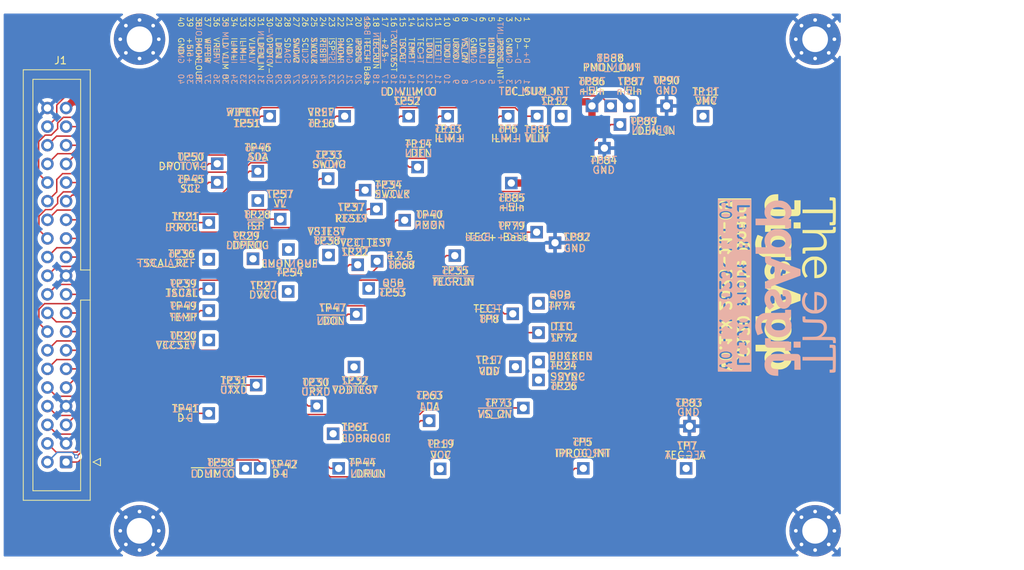
<source format=kicad_pcb>
(kicad_pcb (version 20221018) (generator pcbnew)
  (title_block (title "LC120 Probe Board") (date "2023-11-05") (rev "V0.1.X") (company "ElectroOptical Innovations"))
  (layers (0 "F.Cu" signal) (31 "B.Cu" signal) (34 "B.Paste" user) (35 "F.Paste" user) (36 "B.SilkS" user "B.Silkscreen") (37 "F.SilkS" user "F.Silkscreen") (38 "B.Mask" user) (39 "F.Mask" user) (44 "Edge.Cuts" user))
  (net 0 "")
  (net 1 "+2.5")
  (net 2 "+5In")
  (net 3 "BUCKEN")
  (net 4 "D+")
  (net 5 "D-")
  (net 6 "DPOT V-")
  (net 7 "DVCC")
  (net 8 "GND")
  (net 9 "ILIM+")
  (net 10 "ILIM-")
  (net 11 "IPROG")
  (net 12 "IPROG_INT")
  (net 13 "ITEC")
  (net 14 "ITEC+ Base")
  (net 15 "LD VLIM O")
  (net 16 "LDA")
  (net 17 "LDEN")
  (net 18 "LDEN_IN")
  (net 19 "LDPROG")
  (net 20 "LDPROGF")
  (net 21 "LDRUN")
  (net 22 "LMON BUF")
  (net 23 "PMON")
  (net 24 "PMON_OUT")
  (net 25 "Q5B")
  (net 26 "Q9B")
  (net 27 "SCL")
  (net 28 "SDA")
  (net 29 "SSYNC")
  (net 30 "SWCLK")
  (net 31 "SWDIO")
  (net 32 "TEC-")
  (net 33 "TEC-A")
  (net 34 "TEC_SUM")
  (net 35 "TEMP")
  (net 36 "TSCAL")
  (net 37 "TSCAL_REF")
  (net 38 "URXD")
  (net 39 "UTXD")
  (net 40 "VCC")
  (net 41 "VCCSET")
  (net 42 "VCCTEST")
  (net 43 "VDD")
  (net 44 "VDDTEST")
  (net 45 "VL")
  (net 46 "VLIM")
  (net 47 "VMC")
  (net 48 "VREF")
  (net 49 "VSTEST")
  (net 50 "WIPER")
  (net 51 "~{ISP}")
  (net 52 "~{LDLIM} O")
  (net 53 "~{LDON}")
  (net 54 "~{RESET}")
  (net 55 "~{TECRUN}")
  (net 56 "~{VS_ON}")
  (footprint "test-probes:R100-2W" (layer "F.Cu") (at 136.2625 89.6413 90)
    (fp_text reference "TP37")
    (fp_text value "RESET")
  )
  (footprint "test-probes:R100-2W" (layer "F.Cu") (at 164.4339 124.9914 90)
    (fp_text reference "TP5")
    (fp_text value "IPROG_INT")
  )
  (footprint "MountingHole_3.5mm_Pad_Via_Paste" (layer "F.Cu") (at 196 133.5)
    (fp_text reference "MH1")
    (fp_text value "Conn_01x01_Male")
  )
  (footprint "test-probes:R100-2W" (layer "F.Cu") (at 167.3056 81.3385 180)
    (fp_text reference "TP84")
    (fp_text value "GND")
  )
  (footprint "test-probes:R100-2W" (layer "F.Cu") (at 113.4339 107.4914 90)
    (fp_text reference "TP20")
    (fp_text value "VCCSET")
  )
  (footprint "test-probes:R100-2W" (layer "F.Cu") (at 168.1537 75.5864 180)
    (fp_text reference "TP88")
    (fp_text value "PMON_OUT")
  )
  (footprint "test-probes:R100-2W" (layer "F.Cu") (at 146.9339 95.9914 90)
    (fp_text reference "TP35")
    (fp_text value "~{TECRUN}")
  )
  (footprint "test-probes:R100-2W" (layer "F.Cu") (at 114.5794 83.4653)
    (fp_text reference "TP50")
    (fp_text value "DPOT V-")
  )
  (footprint "test-probes:R100-2W" (layer "F.Cu") (at 113.4339 100.4914 90)
    (fp_text reference "TP39")
    (fp_text value "TSCAL")
  )
  (footprint "test-probes:R100-2W" (layer "F.Cu") (at 180.7314 76.9914)
    (fp_text reference "TP11")
    (fp_text value "VMC")
  )
  (footprint "test-probes:R100-2W" (layer "F.Cu") (at 169.4237 78.1264 180)
    (fp_text reference "TP89")
    (fp_text value "LDEN_IN")
  )
  (footprint "test-probes:R100-2W" (layer "F.Cu") (at 158.3339 112.9422 90)
    (fp_text reference "TP26")
    (fp_text value "SSYNC")
  )
  (footprint "test-probes:R100-2W" (layer "F.Cu") (at 175.7737 75.5864 180)
    (fp_text reference "TP90")
    (fp_text value "GND")
  )
  (footprint "test-probes:R100-2W" (layer "F.Cu") (at 158.0788 92.7947 90)
    (fp_text reference "TP79")
    (fp_text value "ITEC+ Base")
  )
  (footprint "test-probes:R100-2W" (layer "F.Cu") (at 155.1872 111.1378 90)
    (fp_text reference "TP17")
    (fp_text value "VDD")
  )
  (footprint "test-probes:R100-2W" (layer "F.Cu") (at 165.6137 75.5864 180)
    (fp_text reference "TP86")
    (fp_text value "+5In")
  )
  (footprint "test-probes:R100-2W" (layer "F.Cu") (at 143.4339 118.4914 90)
    (fp_text reference "TP63")
    (fp_text value "LDA")
  )
  (footprint "test-probes:R100-2W" (layer "F.Cu") (at 145.9664 76.9914 90)
    (fp_text reference "TP13")
    (fp_text value "ILIM+")
  )
  (footprint "test-probes:R100-2W" (layer "F.Cu") (at 131.9339 76.9914 90)
    (fp_text reference "TP16")
    (fp_text value "VREF")
  )
  (footprint "test-probes:R100-2W" (layer "F.Cu") (at 158.1445 76.9914 90)
    (fp_text reference "TP81")
    (fp_text value "VLIM")
  )
  (footprint "test-probes:R100-2W" (layer "F.Cu") (at 113.4339 103.4914 90)
    (fp_text reference "TP49")
    (fp_text value "TEMP")
  )
  (footprint "test-probes:R100-2W" (layer "F.Cu") (at 114.5794 86.0053)
    (fp_text reference "TP45")
    (fp_text value "SCL")
  )
  (footprint "test-probes:R100-2W" (layer "F.Cu") (at 158.3339 110.4914 90)
    (fp_text reference "TP24")
    (fp_text value "BUCKEN")
  )
  (footprint "test-probes:R100-2W" (layer "F.Cu") (at 154.1948 76.9914 90)
    (fp_text reference "TP6")
    (fp_text value "ILIM-")
  )
  (footprint "test-probes:R100-2W" (layer "F.Cu") (at 120.1069 88.4914 90)
    (fp_text reference "TP57")
    (fp_text value "VL")
  )
  (footprint "test-probes:R100-2W" (layer "F.Cu") (at 154.827 103.9204 90)
    (fp_text reference "TP8")
    (fp_text value "TEC-")
  )
  (footprint "test-probes:R100-2W" (layer "F.Cu") (at 133.7112 97.2389 90)
    (fp_text reference "TP22")
    (fp_text value "VCC_TEST")
  )
  (footprint "IDC-Header_2x20_P2.54mm_Vertical" (layer "F.Cu") (at 94 124.13 180)
    (fp_text reference "J1")
    (fp_text value "Conn_01x40_Female")
  )
  (footprint "test-probes:R100-2W" (layer "F.Cu") (at 140.1089 91.1693 90)
    (fp_text reference "TP40")
    (fp_text value "PMON")
  )
  (footprint "test-probes:R100-2W" (layer "F.Cu") (at 124.2431 100.873 90)
    (fp_text reference "TP27")
    (fp_text value "DVCC")
  )
  (footprint "test-probes:R100-2W" (layer "F.Cu") (at 130.363 120.272 90)
    (fp_text reference "TP61")
    (fp_text value "LDPROGF")
  )
  (footprint "test-probes:R100-2W" (layer "F.Cu") (at 140.6529 76.9914 90)
    (fp_text reference "TP52")
    (fp_text value "LD VLIM O")
  )
  (footprint "test-probes:R100-2W" (layer "F.Cu") (at 134.7218 87.0699 90)
    (fp_text reference "TP34")
    (fp_text value "SWCLK")
  )
  (footprint "test-probes:R100-2W" (layer "F.Cu") (at 144.9339 125.0514 90)
    (fp_text reference "TP19")
    (fp_text value "VCC")
  )
  (footprint "test-probes:R100-2W" (layer "F.Cu") (at 131.12 124.9914 90)
    (fp_text reference "TP44")
    (fp_text value "LDRUN")
  )
  (footprint "test-probes:R100-2W" (layer "F.Cu") (at 119.4572 96.4248 90)
    (fp_text reference "TP29")
    (fp_text value "LDPROG")
  )
  (footprint "test-probes:R100-2W" (layer "F.Cu") (at 161.4225 76.9914 90)
    (fp_text reference "TP12")
    (fp_text value "TEC_SUM INT")
  )
  (footprint "test-probes:R100-2W" (layer "F.Cu") (at 129.7377 95.9155 90)
    (fp_text reference "TP38")
    (fp_text value "VSTEST")
  )
  (footprint "test-probes:R100-2W" (layer "F.Cu") (at 123.1634 91.0197 90)
    (fp_text reference "TP28")
    (fp_text value "~{ISP}")
  )
  (footprint "board" (layer "F.Cu") (at 142.5 100)
    (fp_text reference "BOARD" hide)
    (fp_text value "BOARD" hide)
    (fp_line (start -57.5 -37.5) (end -57.5 37.5) (stroke (width 0.00001)) (layer "Edge.Cuts"))
    (fp_line (start -57.5 37.5) (end 57.5 37.5) (stroke (width 0.00001)) (layer "Edge.Cuts"))
    (fp_line (start 57.5 -37.5) (end -57.5 -37.5) (stroke (width 0.00001)) (layer "Edge.Cuts"))
    (fp_line (start 57.5 37.5) (end 57.5 -37.5) (stroke (width 0.00001)) (layer "Edge.Cuts"))
  )
  (footprint "test-probes:R100-2W" (layer "F.Cu") (at 141.8684 83.9256 90)
    (fp_text reference "TP14")
    (fp_text value "LDEN")
  )
  (footprint "test-probes:R100-2W" (layer "F.Cu") (at 178.4339 124.9914 90)
    (fp_text reference "TP7")
    (fp_text value "TEC-_A")
  )
  (footprint "test-probes:R100-2W" (layer "F.Cu") (at 158.3339 106.4914 90)
    (fp_text reference "TP72")
    (fp_text value "ITEC")
  )
  (footprint "test-probes:R100-2W" (layer "F.Cu") (at 158.3339 102.4914 90)
    (fp_text reference "TP74")
    (fp_text value "Q9B")
  )
  (footprint "MountingHole_3.5mm_Pad_Via_Paste" (layer "F.Cu") (at 104 133.5)
    (fp_text reference "MH3")
    (fp_text value "Conn_01x01_Male")
  )
  (footprint "test-probes:R100-2W" (layer "F.Cu") (at 113.4339 91.4914 90)
    (fp_text reference "TP21")
    (fp_text value "IPROG")
  )
  (footprint "test-probes:R100-2W" (layer "F.Cu") (at 128.1339 116.4914 90)
    (fp_text reference "TP30")
    (fp_text value "URXD")
  )
  (footprint "test-probes:R100-2W" (layer "F.Cu") (at 113.4339 117.4914 90)
    (fp_text reference "TP41")
    (fp_text value "D-")
  )
  (footprint "test-probes:R100-2W" (layer "F.Cu") (at 170.6937 75.5864 180)
    (fp_text reference "TP87")
    (fp_text value "+5In")
  )
  (footprint "test-probes:R100-2W" (layer "F.Cu") (at 156.2658 116.7541 90)
    (fp_text reference "TP73")
    (fp_text value "~{VS_ON}")
  )
  (footprint "test-probes:R100-2W" (layer "F.Cu") (at 133.2106 111.1689 90)
    (fp_text reference "TP32")
    (fp_text value "VDDTEST")
  )
  (footprint "test-probes:R100-2W" (layer "F.Cu") (at 135.2102 100.4679 90)
    (fp_text reference "TP53")
    (fp_text value "Q5B")
  )
  (footprint "LOGO" (layer "F.Cu") (at 194 100 -90)
    (fp_text reference "G***" hide)
    (fp_text value "LOGO" hide)
  )
  (footprint "test-probes:R100-2W" (layer "F.Cu") (at 129.6846 85.509 90)
    (fp_text reference "TP33")
    (fp_text value "SWDIO")
  )
  (footprint "MountingHole_3.5mm_Pad_Via_Paste" (layer "F.Cu") (at 104 66.5)
    (fp_text reference "MH4")
    (fp_text value "Conn_01x01_Male")
  )
  (footprint "test-probes:R100-2W" (layer "F.Cu") (at 119.8891 113.6357 90)
    (fp_text reference "TP31")
    (fp_text value "UTXD")
  )
  (footprint "test-probes:R100-2W" (layer "F.Cu") (at 113.4339 96.4914 90)
    (fp_text reference "TP36")
    (fp_text value "TSCAL_REF")
  )
  (footprint "test-probes:R100-2W" (layer "F.Cu") (at 118.4339 124.9914)
    (fp_text reference "TP58")
    (fp_text value "~{LDLIM} O")
  )
  (footprint "test-probes:R100-2W" (layer "F.Cu") (at 120.4339 124.9914 90)
    (fp_text reference "TP42")
    (fp_text value "D+")
  )
  (footprint "test-probes:R100-2W" (layer "F.Cu") (at 124.2803 95.1635 90)
    (fp_text reference "TP54")
    (fp_text value "LMON BUF")
  )
  (footprint "test-probes:R100-2W" (layer "F.Cu") (at 178.8856 119.2385 180)
    (fp_text reference "TP83")
    (fp_text value "GND")
  )
  (footprint "test-probes:R100-2W" (layer "F.Cu") (at 121.7212 76.9781 90)
    (fp_text reference "TP51")
    (fp_text value "WIPER")
  )
  (footprint "test-probes:R100-2W" (layer "F.Cu") (at 136.355 96.7547 90)
    (fp_text reference "TP68")
    (fp_text value "+2.5")
  )
  (footprint "test-probes:R100-2W" (layer "F.Cu") (at 154.6271 86.0994 90)
    (fp_text reference "TP85")
    (fp_text value "+5In")
  )
  (footprint "MountingHole_3.5mm_Pad_Via_Paste" (layer "F.Cu") (at 196 66.5)
    (fp_text reference "MH2")
    (fp_text value "Conn_01x01_Male")
  )
  (footprint "test-probes:R100-2W" (layer "F.Cu") (at 160.5856 94.2385 -90)
    (fp_text reference "TP82")
    (fp_text value "GND")
  )
  (footprint "test-probes:R100-2W" (layer "F.Cu") (at 120.1069 84.4914 90)
    (fp_text reference "TP46")
    (fp_text value "SDA")
  )
  (footprint "test-probes:R100-2W" (layer "F.Cu") (at 133.5165 103.9811 90)
    (fp_text reference "TP47")
    (fp_text value "~{LDON}")
  )
  (footprint "LOGO" (layer "B.Cu") (at 194 100 90)
    (fp_text reference "G***" hide)
    (fp_text value "LOGO" hide)
  )
  (gr_text "${TITLE}\n${REVISION} ${ISSUE_DATE}" (at 182.88 100 270) (layer "B.SilkS" knockout) (effects (font (size 1.5 1.5) (thickness 0.3) bold) (justify bottom mirror)))
  (gr_text "${TITLE}\n${REVISION} ${ISSUE_DATE}" (at 182.88 100 270) (layer "F.SilkS" knockout) (effects (font (size 1.5 1.5) (thickness 0.3) bold) (justify bottom)))
  (gr_text_box "1	D+\n2	D-\n3	GND\n4	IPROG_INT\n5	LDRUN\n6	LDA\n7	GND\n8	~{VS_ON}\n9	URXD\n10	UTXD\n11	ITEC\n12	~{LDON}\n13	TEC-\n14	TEMP\n15	TSCAL\n16	VCCTEST\n17	+2.5\n18	~{TECRUN}\n19	ITEC+ Base\n20	IPROG\n21	GND\n22	PMON\n23	~{ISP}\n24	~{RESET}\n25	SWCLK\n26	SCL\n27	SWDIO\n28	SDA\n29	LDEN\n30	DPOT V-\n31	LDEN_IN\n32	VLIM\n33	ILIM-\n34	ILIM+\n35	LD VLIM O\n36	VREF\n37	WIPER\n38	PMON_OUT\n39	+5In\n40	GND\n" (start 157.734 62.484) (end 108.331 73.279) (angle 270) (layer "B.SilkS") (effects (font (size 0.75 0.75) (thickness 0.1)) (justify left top mirror)))
  (gr_text_box "1	D+\n2	D-\n3	GND\n4	IPROG_INT\n5	LDRUN\n6	LDA\n7	GND\n8	~{VS_ON}\n9	URXD\n10	UTXD\n11	ITEC\n12	~{LDON}\n13	TEC-\n14	TEMP\n15	TSCAL\n16	VCCTEST\n17	+2.5\n18	~{TECRUN}\n19	ITEC+ Base\n20	IPROG\n21	GND\n22	PMON\n23	~{ISP}\n24	~{RESET}\n25	SWCLK\n26	SCL\n27	SWDIO\n28	SDA\n29	LDEN\n30	DPOT V-\n31	LDEN_IN\n32	VLIM\n33	ILIM-\n34	ILIM+\n35	LD VLIM O\n36	VREF\n37	WIPER\n38	PMON_OUT\n39	+5In\n40	GND\n" (start 157.734 62.8015) (end 108.331 73.5965) (angle 270) (layer "F.SilkS") (effects (font (size 0.75 0.75) (thickness 0.1)) (justify left top)))
  (segment (start 110.6418 98.6646) (end 105.4964 103.81) (width 0.2) (layer "F.Cu") (net 1))
  (segment (start 136.355 97.6047) (end 135.2997 98.66) (width 0.2) (layer "F.Cu") (net 1))
  (segment (start 136.355 96.7547) (end 136.355 97.6047) (width 0.2) (layer "F.Cu") (net 1))
  (segment (start 105.4964 103.81) (end 94 103.81) (width 0.2) (layer "F.Cu") (net 1))
  (segment (start 135.2997 98.66) (end 128.428914 98.66) (width 0.2) (layer "F.Cu") (net 1))
  (segment (start 128.424315 98.6646) (end 110.6418 98.6646) (width 0.2) (layer "F.Cu") (net 1))
  (segment (start 128.428914 98.66) (end 128.424315 98.6646) (width 0.2) (layer "F.Cu") (net 1))
  (segment (start 94.8436 75.0264) (end 165.0537 75.0264) (width 1) (layer "F.Cu") (net 2))
  (segment (start 165.6137 75.5864) (end 165.6137 77.3119) (width 1) (layer "F.Cu") (net 2))
  (segment (start 165.0537 75.0264) (end 165.6137 75.5864) (width 1) (layer "F.Cu") (net 2))
  (segment (start 165.6137 77.3119) (end 156.8262 86.0994) (width 1) (layer "F.Cu") (net 2))
  (segment (start 156.8262 86.0994) (end 154.6271 86.0994) (width 1) (layer "F.Cu") (net 2))
  (segment (start 94 75.87) (end 94.8436 75.0264) (width 1) (layer "F.Cu") (net 2))
  (segment (start 165.6137 75.43645) (end 167.01375 74.0364) (width 1) (layer "B.Cu") (net 2))
  (segment (start 167.01375 74.0364) (end 169.29365 74.0364) (width 1) (layer "B.Cu") (net 2))
  (segment (start 165.6137 75.5864) (end 165.6137 75.43645) (width 1) (layer "B.Cu") (net 2))
  (segment (start 169.29365 74.0364) (end 170.6937 75.43645) (width 1) (layer "B.Cu") (net 2))
  (segment (start 170.6937 75.43645) (end 170.6937 75.5864) (width 1) (layer "B.Cu") (net 2))
  (segment (start 94 124.13) (end 95.637686 124.13) (width 0.2) (layer "F.Cu") (net 4))
  (segment (start 95.637686 124.13) (end 95.926286 123.8414) (width 0.2) (layer "F.Cu") (net 4))
  (segment (start 120.1339 123.8414) (end 120.4339 124.1414) (width 0.2) (layer "F.Cu") (net 4))
  (segment (start 95.926286 123.8414) (end 120.1339 123.8414) (width 0.2) (layer "F.Cu") (net 4))
  (segment (start 120.4339 124.1414) (end 120.4339 124.9914) (width 0.2) (layer "F.Cu") (net 4))
  (segment (start 101.3296 117.4914) (end 113.4339 117.4914) (width 0.2) (layer "F.Cu") (net 5))
  (segment (start 95.4497 123.3713) (end 101.3296 117.4914) (width 0.2) (layer "F.Cu") (net 5))
  (segment (start 95.377 123.3713) (end 95.4497 123.3713) (width 0.2) (layer "F.Cu") (net 5))
  (via (at 95.377 123.3713) (size 0.6) (drill 0.3) (layers "F.Cu" "B.Cu") (net 5))
  (segment (start 92.781 122.809) (end 91.46 124.13) (width 0.2) (layer "B.Cu") (net 5))
  (segment (start 94.8147 122.809) (end 92.781 122.809) (width 0.2) (layer "B.Cu") (net 5))
  (segment (start 95.377 123.3713) (end 94.8147 122.809) (width 0.2) (layer "B.Cu") (net 5))
  (segment (start 91.46 88.57) (end 92.73 87.3) (width 0.2) (layer "F.Cu") (net 6))
  (segment (start 92.73 87.3) (end 92.73 85.6116) (width 0.2) (layer "F.Cu") (net 6))
  (segment (start 93.5246 84.817) (end 112.076 84.817) (width 0.2) (layer "F.Cu") (net 6))
  (segment (start 92.73 85.6116) (end 93.5246 84.817) (width 0.2) (layer "F.Cu") (net 6))
  (segment (start 112.076 84.817) (end 113.4277 83.4653) (width 0.2) (layer "F.Cu") (net 6))
  (segment (start 114.5794 83.4653) (end 113.4277 83.4653) (width 0.2) (layer "F.Cu") (net 6))
  (segment (start 140.3535 81.4526) (end 95.4309 81.4526) (width 0.2) (layer "F.Cu") (net 9))
  (segment (start 145.9664 76.9914) (end 144.8147 76.9914) (width 0.2) (layer "F.Cu") (net 9))
  (segment (start 144.8147 76.9914) (end 140.3535 81.4526) (width 0.2) (layer "F.Cu") (net 9))
  (segment (start 92.8483 82.1017) (end 91.46 83.49) (width 0.2) (layer "F.Cu") (net 9))
  (segment (start 94.7818 82.1017) (end 92.8483 82.1017) (width 0.2) (layer "F.Cu") (net 9))
  (segment (start 95.4309 81.4526) (end 94.7818 82.1017) (width 0.2) (layer "F.Cu") (net 9))
  (segment (start 94 83.49) (end 95.2116 82.2784) (width 0.2) (layer "F.Cu") (net 10))
  (segment (start 147.7561 82.2784) (end 153.0431 76.9914) (width 0.2) (layer "F.Cu") (net 10))
  (segment (start 154.1948 76.9914) (end 153.0431 76.9914) (width 0.2) (layer "F.Cu") (net 10))
  (segment (start 95.2116 82.2784) (end 147.7561 82.2784) (width 0.2) (layer "F.Cu") (net 10))
  (segment (start 103.4439 99.9206) (end 111.8731 91.4914) (width 0.2) (layer "F.Cu") (net 11))
  (segment (start 92.8094 99.9206) (end 103.4439 99.9206) (width 0.2) (layer "F.Cu") (net 11))
  (segment (start 113.4339 91.4914) (end 112.2822 91.4914) (width 0.2) (layer "F.Cu") (net 11))
  (segment (start 91.46 101.27) (end 92.8094 99.9206) (width 0.2) (layer "F.Cu") (net 11))
  (segment (start 111.8731 91.4914) (end 112.2822 91.4914) (width 0.2) (layer "F.Cu") (net 11))
  (segment (start 164.4339 124.9914) (end 163.2822 124.9914) (width 0.2) (layer "F.Cu") (net 12))
  (segment (start 161.7192 126.5544) (end 128.3938 126.5544) (width 0.2) (layer "F.Cu") (net 12))
  (segment (start 102.431315 115.824) (end 95.483515 122.7718) (width 0.2) (layer "F.Cu") (net 12))
  (segment (start 121.2194 119.38) (end 120.1999 119.38) (width 0.2) (layer "F.Cu") (net 12))
  (segment (start 92.6418 122.7718) (end 91.46 121.59) (width 0.2) (layer "F.Cu") (net 12))
  (segment (start 163.2822 124.9914) (end 161.7192 126.5544) (width 0.2) (layer "F.Cu") (net 12))
  (segment (start 95.483515 122.7718) (end 92.6418 122.7718) (width 0.2) (layer "F.Cu") (net 12))
  (segment (start 120.1999 119.38) (end 116.6439 115.824) (width 0.2) (layer "F.Cu") (net 12))
  (segment (start 116.6439 115.824) (end 102.431315 115.824) (width 0.2) (layer "F.Cu") (net 12))
  (segment (start 128.3938 126.5544) (end 121.2194 119.38) (width 0.2) (layer "F.Cu") (net 12))
  (segment (start 128.4256 111.43) (end 133.3642 106.4914) (width 0.2) (layer "F.Cu") (net 13))
  (segment (start 158.3339 106.4914) (end 157.1822 106.4914) (width 0.2) (layer "F.Cu") (net 13))
  (segment (start 133.3642 106.4914) (end 157.1822 106.4914) (width 0.2) (layer "F.Cu") (net 13))
  (segment (start 94 111.43) (end 128.4256 111.43) (width 0.2) (layer "F.Cu") (net 13))
  (segment (start 158.0788 92.7947) (end 156.9271 92.7947) (width 0.2) (layer "F.Cu") (net 14))
  (segment (start 111.5266 92.7947) (end 103.0513 101.27) (width 0.2) (layer "F.Cu") (net 14))
  (segment (start 103.0513 101.27) (end 94 101.27) (width 0.2) (layer "F.Cu") (net 14))
  (segment (start 156.9271 92.7947) (end 111.5266 92.7947) (width 0.2) (layer "F.Cu") (net 14))
  (segment (start 140.6529 76.9914) (end 139.5012 76.9914) (width 0.2) (layer "F.Cu") (net 15))
  (segment (start 135.5426 80.95) (end 139.5012 76.9914) (width 0.2) (layer "F.Cu") (net 15))
  (segment (start 94 80.95) (end 135.5426 80.95) (width 0.2) (layer "F.Cu") (net 15))
  (segment (start 102.265629 115.424) (end 97.369629 120.32) (width 0.2) (layer "F.Cu") (net 16))
  (segment (start 142.2822 118.4914) (end 134.6305 126.1431) (width 0.2) (layer "F.Cu") (net 16))
  (segment (start 92.73 120.32) (end 91.46 119.05) (width 0.2) (layer "F.Cu") (net 16))
  (segment (start 97.369629 120.32) (end 92.73 120.32) (width 0.2) (layer "F.Cu") (net 16))
  (segment (start 122.2696 118.4414) (end 119.826985 118.4414) (width 0.2) (layer "F.Cu") (net 16))
  (segment (start 143.4339 118.4914) (end 142.2822 118.4914) (width 0.2) (layer "F.Cu") (net 16))
  (segment (start 134.6305 126.1431) (end 129.9713 126.1431) (width 0.2) (layer "F.Cu") (net 16))
  (segment (start 129.9713 126.1431) (end 122.2696 118.4414) (width 0.2) (layer "F.Cu") (net 16))
  (segment (start 119.826985 118.4414) (end 116.809585 115.424) (width 0.2) (layer "F.Cu") (net 16))
  (segment (start 116.809585 115.424) (end 102.265629 115.424) (width 0.2) (layer "F.Cu") (net 16))
  (segment (start 118.6823 84.0855) (end 115.0398 87.728) (width 0.2) (layer "F.Cu") (net 17))
  (segment (start 94.842 87.728) (end 94 88.57) (width 0.2) (layer "F.Cu") (net 17))
  (segment (start 140.7167 83.9256) (end 140.1308 83.3397) (width 0.2) (layer "F.Cu") (net 17))
  (segment (start 141.8684 83.9256) (end 140.7167 83.9256) (width 0.2) (layer "F.Cu") (net 17))
  (segment (start 140.1308 83.3397) (end 119.1319 83.3397) (width 0.2) (layer "F.Cu") (net 17))
  (segment (start 115.0398 87.728) (end 94.842 87.728) (width 0.2) (layer "F.Cu") (net 17))
  (segment (start 118.6823 83.7893) (end 118.6823 84.0855) (width 0.2) (layer "F.Cu") (net 17))
  (segment (start 119.1319 83.3397) (end 118.6823 83.7893) (width 0.2) (layer "F.Cu") (net 17))
  (segment (start 159.0649 87.2511) (end 168.1896 78.1264) (width 0.2) (layer "F.Cu") (net 18))
  (segment (start 118.6783 82.7368) (end 144.7004 82.7368) (width 0.2) (layer "F.Cu") (net 18))
  (segment (start 113.113 84.617) (end 116.7981 84.617) (width 0.2) (layer "F.Cu") (net 18))
  (segment (start 111.7 86.03) (end 113.113 84.617) (width 0.2) (layer "F.Cu") (net 18))
  (segment (start 116.7981 84.617) (end 118.6783 82.7368) (width 0.2) (layer "F.Cu") (net 18))
  (segment (start 144.7004 82.7368) (end 149.2147 87.2511) (width 0.2) (layer "F.Cu") (net 18))
  (segment (start 149.2147 87.2511) (end 159.0649 87.2511) (width 0.2) (layer "F.Cu") (net 18))
  (segment (start 168.1896 78.1264) (end 169.4237 78.1264) (width 0.2) (layer "F.Cu") (net 18))
  (segment (start 94 86.03) (end 111.7 86.03) (width 0.2) (layer "F.Cu") (net 18))
  (segment (start 98.026 115.024) (end 116.97527 115.024) (width 0.2) (layer "F.Cu") (net 21))
  (segment (start 129.9683 124.9914) (end 131.12 124.9914) (width 0.2) (layer "F.Cu") (net 21))
  (segment (start 94 119.05) (end 98.026 115.024) (width 0.2) (layer "F.Cu") (net 21))
  (segment (start 123.0183 118.0414) (end 129.9683 124.9914) (width 0.2) (layer "F.Cu") (net 21))
  (segment (start 116.97527 115.024) (end 119.992671 118.0414) (width 0.2) (layer "F.Cu") (net 21))
  (segment (start 119.992671 118.0414) (end 123.0183 118.0414) (width 0.2) (layer "F.Cu") (net 21))
  (segment (start 140.1089 91.1693) (end 138.9572 91.1693) (width 0.2) (layer "F.Cu") (net 23))
  (segment (start 115.1413 90.3397) (end 116.973 92.1714) (width 0.2) (layer "F.Cu") (net 23))
  (segment (start 104.7923 97.46) (end 111.9126 90.3397) (width 0.2) (layer "F.Cu") (net 23))
  (segment (start 92.73 97.46) (end 104.7923 97.46) (width 0.2) (layer "F.Cu") (net 23))
  (segment (start 137.9551 92.1714) (end 138.9572 91.1693) (width 0.2) (layer "F.Cu") (net 23))
  (segment (start 116.973 92.1714) (end 137.9551 92.1714) (width 0.2) (layer "F.Cu") (net 23))
  (segment (start 91.46 98.73) (end 92.73 97.46) (width 0.2) (layer "F.Cu") (net 23))
  (segment (start 111.9126 90.3397) (end 115.1413 90.3397) (width 0.2) (layer "F.Cu") (net 23))
  (segment (start 92.73 77.14) (end 92.73 75.4761) (width 0.2) (layer "F.Cu") (net 24))
  (segment (start 166.7937 74.2264) (end 168.1537 75.5864) (width 0.2) (layer "F.Cu") (net 24))
  (segment (start 91.46 78.41) (end 92.73 77.14) (width 0.2) (layer "F.Cu") (net 24))
  (segment (start 92.73 75.4761) (end 93.9797 74.2264) (width 0.2) (layer "F.Cu") (net 24))
  (segment (start 93.9797 74.2264) (end 166.7937 74.2264) (width 0.2) (layer "F.Cu") (net 24))
  (segment (start 91.1984 89.7217) (end 90.3025 90.6176) (width 0.2) (layer "F.Cu") (net 27))
  (segment (start 92.8483 88.8826) (end 92.0092 89.7217) (width 0.2) (layer "F.Cu") (net 27))
  (segment (start 92.8483 88.0782) (end 92.8483 88.8826) (width 0.2) (layer "F.Cu") (net 27))
  (segment (start 93.6248 87.3017) (end 92.8483 88.0782) (width 0.2) (layer "F.Cu") (net 27))
  (segment (start 92.0092 89.7217) (end 91.1984 89.7217) (width 0.2) (layer "F.Cu") (net 27))
  (segment (start 113.4277 86.0053) (end 112.1313 87.3017) (width 0.2) (layer "F.Cu") (net 27))
  (segment (start 90.3025 90.6176) (end 90.3025 92.4925) (width 0.2) (layer "F.Cu") (net 27))
  (segment (start 112.1313 87.3017) (end 93.6248 87.3017) (width 0.2) (layer "F.Cu") (net 27))
  (segment (start 114.5794 86.0053) (end 113.4277 86.0053) (width 0.2) (layer "F.Cu") (net 27))
  (segment (start 90.3025 92.4925) (end 91.46 93.65) (width 0.2) (layer "F.Cu") (net 27))
  (segment (start 98.2181 89.78) (end 92.79 89.78) (width 0.2) (layer "F.Cu") (net 28))
  (segment (start 120.1069 84.4914) (end 118.9552 84.4914) (width 0.2) (layer "F.Cu") (net 28))
  (segment (start 115.3169 88.1297) (end 99.8684 88.1297) (width 0.2) (layer "F.Cu") (net 28))
  (segment (start 99.8684 88.1297) (end 98.2181 89.78) (width 0.2) (layer "F.Cu") (net 28))
  (segment (start 118.9552 84.4914) (end 115.3169 88.1297) (width 0.2) (layer "F.Cu") (net 28))
  (segment (start 92.79 89.78) (end 91.46 91.11) (width 0.2) (layer "F.Cu") (net 28))
  (segment (start 109.6442 89.1343) (end 116.9786 89.1343) (width 0.2) (layer "F.Cu") (net 30))
  (segment (start 105.1285 93.65) (end 109.6442 89.1343) (width 0.2) (layer "F.Cu") (net 30))
  (segment (start 116.9786 89.1343) (end 119.043 87.0699) (width 0.2) (layer "F.Cu") (net 30))
  (segment (start 119.043 87.0699) (end 134.7218 87.0699) (width 0.2) (layer "F.Cu") (net 30))
  (segment (start 94 93.65) (end 105.1285 93.65) (width 0.2) (layer "F.Cu") (net 30))
  (segment (start 101.7697 91.11) (end 94 91.11) (width 0.2) (layer "F.Cu") (net 31))
  (segment (start 118.9533 86.4914) (end 116.9133 88.5314) (width 0.2) (layer "F.Cu") (net 31))
  (segment (start 129.6846 85.509) (end 128.5329 85.509) (width 0.2) (layer "F.Cu") (net 31))
  (segment (start 104.3483 88.5314) (end 101.7697 91.11) (width 0.2) (layer "F.Cu") (net 31))
  (segment (start 116.9133 88.5314) (end 104.3483 88.5314) (width 0.2) (layer "F.Cu") (net 31))
  (segment (start 128.5329 85.509) (end 127.5505 86.4914) (width 0.2) (layer "F.Cu") (net 31))
  (segment (start 127.5505 86.4914) (end 118.9533 86.4914) (width 0.2) (layer "F.Cu") (net 31))
  (segment (start 94 108.89) (end 124.564 108.89) (width 0.2) (layer "F.Cu") (net 32))
  (segment (start 124.564 108.89) (end 130.6246 102.8294) (width 0.2) (layer "F.Cu") (net 32))
  (segment (start 130.6246 102.8294) (end 152.5843 102.8294) (width 0.2) (layer "F.Cu") (net 32))
  (segment (start 152.5843 102.8294) (end 153.6753 103.9204) (width 0.2) (layer "F.Cu") (net 32))
  (segment (start 154.827 103.9204) (end 153.6753 103.9204) (width 0.2) (layer "F.Cu") (net 32))
  (segment (start 91.46 108.89) (end 92.73 107.62) (width 0.2) (layer "F.Cu") (net 35))
  (segment (start 113.4339 103.4914) (end 112.2822 103.4914) (width 0.2) (layer "F.Cu") (net 35))
  (segment (start 92.73 107.62) (end 108.1536 107.62) (width 0.2) (layer "F.Cu") (net 35))
  (segment (start 108.1536 107.62) (end 112.2822 103.4914) (width 0.2) (layer "F.Cu") (net 35))
  (segment (start 113.4339 100.4914) (end 112.2822 100.4914) (width 0.2) (layer "F.Cu") (net 36))
  (segment (start 106.4236 106.35) (end 112.2822 100.4914) (width 0.2) (layer "F.Cu") (net 36))
  (segment (start 94 106.35) (end 106.4236 106.35) (width 0.2) (layer "F.Cu") (net 36))
  (segment (start 95.486 112.484) (end 122.9748 112.484) (width 0.2) (layer "F.Cu") (net 38))
  (segment (start 128.1339 116.4914) (end 126.9822 116.4914) (width 0.2) (layer "F.Cu") (net 38))
  (segment (start 94 113.97) (end 95.486 112.484) (width 0.2) (layer "F.Cu") (net 38))
  (segment (start 122.9748 112.484) (end 126.9822 116.4914) (width 0.2) (layer "F.Cu") (net 38))
  (segment (start 96.758029 115.1606) (end 92.6506 115.1606) (width 0.2) (layer "F.Cu") (net 39))
  (segment (start 98.282929 113.6357) (end 96.758029 115.1606) (width 0.2) (layer "F.Cu") (net 39))
  (segment (start 119.8891 113.6357) (end 98.282929 113.6357) (width 0.2) (layer "F.Cu") (net 39))
  (segment (start 92.6506 115.1606) (end 91.46 113.97) (width 0.2) (layer "F.Cu") (net 39))
  (segment (start 131.5384 98.26) (end 132.5595 97.2389) (width 0.2) (layer "F.Cu") (net 42))
  (segment (start 90.2965 103.3127) (end 91.0692 102.54) (width 0.2) (layer "F.Cu") (net 42))
  (segment (start 91.0692 102.54) (end 105.1236 102.54) (width 0.2) (layer "F.Cu") (net 42))
  (segment (start 109.4036 98.26) (end 131.5384 98.26) (width 0.2) (layer "F.Cu") (net 42))
  (segment (start 90.2965 105.1865) (end 90.2965 103.3127) (width 0.2) (layer "F.Cu") (net 42))
  (segment (start 105.1236 102.54) (end 109.4036 98.26) (width 0.2) (layer "F.Cu") (net 42))
  (segment (start 132.5595 97.2389) (end 133.7112 97.2389) (width 0.2) (layer "F.Cu") (net 42))
  (segment (start 91.46 106.35) (end 90.2965 105.1865) (width 0.2) (layer "F.Cu") (net 42))
  (segment (start 91.1494 79.5617) (end 91.9862 79.5617) (width 0.2) (layer "F.Cu") (net 46))
  (segment (start 90.2604 84.8304) (end 90.2604 80.4507) (width 0.2) (layer "F.Cu") (net 46))
  (segment (start 90.2604 80.4507) (end 91.1494 79.5617) (width 0.2) (layer "F.Cu") (net 46))
  (segment (start 120.6194 75.8264) (end 155.145 75.8264) (width 0.2) (layer "F.Cu") (net 46))
  (segment (start 156.3214 76.9914) (end 158.1445 76.9914) (width 0.2) (layer "F.Cu") (net 46))
  (segment (start 155.3465 76.0164) (end 155.3465 76.0165) (width 0.2) (layer "F.Cu") (net 46))
  (segment (start 155.3465 76.0165) (end 156.3214 76.9914) (width 0.2) (layer "F.Cu") (net 46))
  (segment (start 119.3058 77.14) (end 120.6194 75.8264) (width 0.2) (layer "F.Cu") (net 46))
  (segment (start 91.9862 79.5617) (end 92.8483 78.6996) (width 0.2) (layer "F.Cu") (net 46))
  (segment (start 155.145 75.8264) (end 155.1583 75.8397) (width 0.2) (layer "F.Cu") (net 46))
  (segment (start 155.1698 75.8397) (end 155.3465 76.0164) (width 0.2) (layer "F.Cu") (net 46))
  (segment (start 93.6266 77.14) (end 119.3058 77.14) (width 0.2) (layer "F.Cu") (net 46))
  (segment (start 92.8483 77.9183) (end 93.6266 77.14) (width 0.2) (layer "F.Cu") (net 46))
  (segment (start 155.1583 75.8397) (end 155.1698 75.8397) (width 0.2) (layer "F.Cu") (net 46))
  (segment (start 92.8483 78.6996) (end 92.8483 77.9183) (width 0.2) (layer "F.Cu") (net 46))
  (segment (start 91.46 86.03) (end 90.2604 84.8304) (width 0.2) (layer "F.Cu") (net 46))
  (segment (start 92.7121 79.6979) (end 128.0757 79.6979) (width 0.2) (layer "F.Cu") (net 48))
  (segment (start 91.46 80.95) (end 92.7121 79.6979) (width 0.2) (layer "F.Cu") (net 48))
  (segment (start 131.9339 76.9914) (end 130.7822 76.9914) (width 0.2) (layer "F.Cu") (net 48))
  (segment (start 128.0757 79.6979) (end 130.7822 76.9914) (width 0.2) (layer "F.Cu") (net 48))
  (segment (start 94 78.41) (end 119.1376 78.41) (width 0.2) (layer "F.Cu") (net 50))
  (segment (start 121.7212 76.9781) (end 120.5695 76.9781) (width 0.2) (layer "F.Cu") (net 50))
  (segment (start 119.1376 78.41) (end 120.5695 76.9781) (width 0.2) (layer "F.Cu") (net 50))
  (segment (start 111.6588 89.938) (end 105.4069 96.1899) (width 0.2) (layer "F.Cu") (net 51))
  (segment (start 94 96.1899) (end 94 96.19) (width 0.2) (layer "F.Cu") (net 51))
  (segment (start 115.3784 89.938) (end 111.6588 89.938) (width 0.2) (layer "F.Cu") (net 51))
  (segment (start 105.4069 96.1899) (end 94 96.1899) (width 0.2) (layer "F.Cu") (net 51))
  (segment (start 116.4601 91.0197) (end 115.3784 89.938) (width 0.2) (layer "F.Cu") (net 51))
  (segment (start 123.1634 91.0197) (end 116.4601 91.0197) (width 0.2) (layer "F.Cu") (net 51))
  (segment (start 126.1859 110.16) (end 132.3648 103.9811) (width 0.2) (layer "F.Cu") (net 53))
  (segment (start 133.5165 103.9811) (end 132.3648 103.9811) (width 0.2) (layer "F.Cu") (net 53))
  (segment (start 91.46 111.43) (end 92.73 110.16) (width 0.2) (layer "F.Cu") (net 53))
  (segment (start 92.73 110.16) (end 126.1859 110.16) (width 0.2) (layer "F.Cu") (net 53))
  (segment (start 91.46 96.19) (end 92.73 94.92) (width 0.2) (layer "F.Cu") (net 54))
  (segment (start 92.73 94.92) (end 106.1087 94.92) (width 0.2) (layer "F.Cu") (net 54))
  (segment (start 135.0178 89.7343) (end 135.1108 89.6413) (width 0.2) (layer "F.Cu") (net 54))
  (segment (start 111.4927 89.536) (end 115.8772 89.536) (width 0.2) (layer "F.Cu") (net 54))
  (segment (start 136.2625 89.6413) (end 135.1108 89.6413) (width 0.2) (layer "F.Cu") (net 54))
  (segment (start 116.0755 89.7343) (end 135.0178 89.7343) (width 0.2) (layer "F.Cu") (net 54))
  (segment (start 106.1087 94.92) (end 111.4927 89.536) (width 0.2) (layer "F.Cu") (net 54))
  (segment (start 115.8772 89.536) (end 116.0755 89.7343) (width 0.2) (layer "F.Cu") (net 54))
  (segment (start 146.9339 95.9914) (end 145.7822 95.9914) (width 0.2) (layer "F.Cu") (net 55))
  (segment (start 105.2487 105.0131) (end 92.6631 105.0131) (width 0.2) (layer "F.Cu") (net 55))
  (segment (start 134.214136 99.3397) (end 110.9221 99.3397) (width 0.2) (layer "F.Cu") (net 55))
  (segment (start 136.206264 99.3397) (end 136.184464 99.3179) (width 0.2) (layer "F.Cu") (net 55))
  (segment (start 142.4339 99.3397) (end 136.206264 99.3397) (width 0.2) (layer "F.Cu") (net 55))
  (segment (start 136.184464 99.3179) (end 134.235936 99.3179) (width 0.2) (layer "F.Cu") (net 55))
  (segment (start 145.7822 95.9914) (end 142.4339 99.3397) (width 0.2) (layer "F.Cu") (net 55))
  (segment (start 110.9221 99.3397) (end 105.2487 105.0131) (width 0.2) (layer "F.Cu") (net 55))
  (segment (start 134.235936 99.3179) (end 134.214136 99.3397) (width 0.2) (layer "F.Cu") (net 55))
  (segment (start 92.6631 105.0131) (end 91.46 103.81) (width 0.2) (layer "F.Cu") (net 55))
  (segment (start 143.0445 116.7541) (end 156.2658 116.7541) (width 0.2) (layer "F.Cu") (net 56))
  (segment (start 94.704314 117.78) (end 97.860315 114.624) (width 0.2) (layer "F.Cu") (net 56))
  (segment (start 142.1572 117.6414) (end 143.0445 116.7541) (width 0.2) (layer "F.Cu") (net 56))
  (segment (start 97.860315 114.624) (end 117.140956 114.624) (width 0.2) (layer "F.Cu") (net 56))
  (segment (start 92.73 117.78) (end 94.704314 117.78) (width 0.2) (layer "F.Cu") (net 56))
  (segment (start 117.140956 114.624) (end 120.158356 117.6414) (width 0.2) (layer "F.Cu") (net 56))
  (segment (start 120.158356 117.6414) (end 142.1572 117.6414) (width 0.2) (layer "F.Cu") (net 56))
  (segment (start 91.46 116.51) (end 92.73 117.78) (width 0.2) (layer "F.Cu") (net 56))
  (zone (net 8) (net_name "GND") (layer "B.Cu") (connect_pads (clearance 0.5)) (min_thickness 0.25) (fill yes (thermal_gap 0.5) (thermal_bridge_width 0.5))
    (polygon (pts (xy 84.999995 62.5) (xy 84.999996 62.499996) (xy 85 62.499995) (xy 200 62.499995) (xy 200.000004 62.499996) (xy 200.000005 62.5) (xy 200.000005 137.5) (xy 200.000004 137.500004) (xy 200 137.500005) (xy 85 137.500005) (xy 84.999996 137.500004) (xy 84.999995 137.5)))
  )
)
</source>
